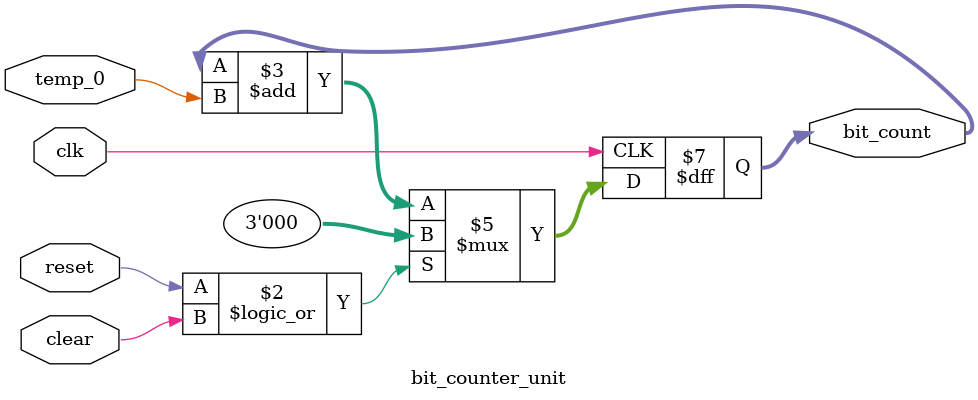
<source format=v>
module count_ones_SM (bit_count, busy, done, data, start, clk, reset);
  parameter				counter_size = 3;
  parameter				word_size = 4;

  output 		[counter_size -1 : 0]	bit_count;
  output					busy, done;
  input 		[word_size-1: 0] 		data;
  input 					start, clk, reset;
  wire					load_temp, shift_add, clear;
  wire					temp_0, temp_gt_1;

  controller M0 (load_temp, shift_add, clear, busy, done, start, temp_gt_1, clk, reset);
  datapath M1 (temp_gt_1, temp_0, data, load_temp, shift_add, clk, reset);
  bit_counter_unit M2 (bit_count, temp_0, clear, clk, reset);

endmodule

module controller (load_temp, shift_add, clear, busy, done, start, temp_gt_1, clk, reset);
  parameter				state_size = 2;
  parameter				S_idle = 0;
  parameter				S_counting = 1;
  parameter				S_waiting = 2;

  output					load_temp, shift_add, clear, busy, done;
  input 					start, temp_gt_1, clk, reset;

  reg					bit_count;
  reg 	[state_size-1 : 0]			state, next_state;
  reg					load_temp, shift_add, busy, done, clear;

  always @ (state or start or temp_gt_1) begin
    load_temp = 0;
    shift_add = 0;
    done = 0;
    busy = 0;
    clear = 0;
    next_state = S_idle;

    case (state)
      S_idle:	if (start) begin next_state = S_counting; load_temp = 1; end
		  
      S_counting:	begin busy = 1; if (temp_gt_1) begin next_state = S_counting;
    		  shift_add = 1; end 
		else begin next_state = S_waiting; shift_add = 1;  end
		end

      S_waiting:	begin 
		  done = 1;
		  if (start) begin next_state = S_counting; load_temp = 1; clear = 1; end 
		    else next_state = S_waiting;
		end

      default:	begin clear = 1; next_state = S_idle; end
    endcase
  end

  always @ (posedge clk) // state transitions
    if (reset)  
      state <= S_idle;
    else state <= next_state;
endmodule

module datapath (temp_gt_1, temp_0, data, load_temp, shift_add, clk, reset);
  parameter				word_size = 4;
  output					temp_gt_1, temp_0;
  input 		[word_size-1: 0] 		data;
  input 					load_temp, shift_add, clk, reset;

   reg		[word_size-1: 0] 		temp;
  wire					temp_gt_1 = (temp > 1);
  wire					temp_0 = temp[0];	

  always @ (posedge clk) 		// state and register transfers
    if (reset)  begin
      temp <= 0; end
    else begin
      if (load_temp) temp <= data;
      if (shift_add) begin temp <= temp >> 1; end
    end
endmodule

module bit_counter_unit (bit_count, temp_0, clear, clk, reset);
  parameter				counter_size = 3;
  output 		[counter_size -1 : 0]	bit_count;
  input					temp_0;
  input					clear, clk, reset;
  reg 					bit_count;

  always @ (posedge clk) 		// state and register transfers
    if (reset || clear)  
      bit_count <= 0;
    else bit_count <= bit_count + temp_0;
endmodule

</source>
